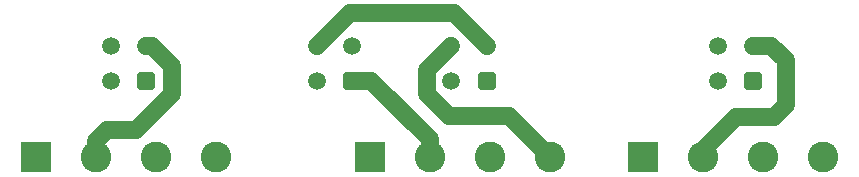
<source format=gbr>
G04 #@! TF.GenerationSoftware,KiCad,Pcbnew,(6.0.11-0)*
G04 #@! TF.CreationDate,2023-07-03T13:35:27+12:00*
G04 #@! TF.ProjectId,molex-adapter,6d6f6c65-782d-4616-9461-707465722e6b,rev?*
G04 #@! TF.SameCoordinates,PX7f50c60PY69db9c0*
G04 #@! TF.FileFunction,Copper,L2,Bot*
G04 #@! TF.FilePolarity,Positive*
%FSLAX46Y46*%
G04 Gerber Fmt 4.6, Leading zero omitted, Abs format (unit mm)*
G04 Created by KiCad (PCBNEW (6.0.11-0)) date 2023-07-03 13:35:27*
%MOMM*%
%LPD*%
G01*
G04 APERTURE LIST*
G04 Aperture macros list*
%AMRoundRect*
0 Rectangle with rounded corners*
0 $1 Rounding radius*
0 $2 $3 $4 $5 $6 $7 $8 $9 X,Y pos of 4 corners*
0 Add a 4 corners polygon primitive as box body*
4,1,4,$2,$3,$4,$5,$6,$7,$8,$9,$2,$3,0*
0 Add four circle primitives for the rounded corners*
1,1,$1+$1,$2,$3*
1,1,$1+$1,$4,$5*
1,1,$1+$1,$6,$7*
1,1,$1+$1,$8,$9*
0 Add four rect primitives between the rounded corners*
20,1,$1+$1,$2,$3,$4,$5,0*
20,1,$1+$1,$4,$5,$6,$7,0*
20,1,$1+$1,$6,$7,$8,$9,0*
20,1,$1+$1,$8,$9,$2,$3,0*%
G04 Aperture macros list end*
G04 #@! TA.AperFunction,ComponentPad*
%ADD10RoundRect,0.250001X0.499999X0.499999X-0.499999X0.499999X-0.499999X-0.499999X0.499999X-0.499999X0*%
G04 #@! TD*
G04 #@! TA.AperFunction,ComponentPad*
%ADD11C,1.500000*%
G04 #@! TD*
G04 #@! TA.AperFunction,ComponentPad*
%ADD12R,2.600000X2.600000*%
G04 #@! TD*
G04 #@! TA.AperFunction,ComponentPad*
%ADD13C,2.600000*%
G04 #@! TD*
G04 #@! TA.AperFunction,Conductor*
%ADD14C,1.500000*%
G04 #@! TD*
G04 APERTURE END LIST*
D10*
G04 #@! TO.P,J2,1*
G04 #@! TO.N,b2*
X6710000Y22345661D03*
D11*
G04 #@! TO.P,J2,2*
G04 #@! TO.N,b1*
X3710000Y22345661D03*
G04 #@! TO.P,J2,3*
G04 #@! TO.N,b3*
X6710000Y25345661D03*
G04 #@! TO.P,J2,4*
G04 #@! TO.N,b4*
X3710000Y25345661D03*
G04 #@! TD*
D10*
G04 #@! TO.P,J1,1*
G04 #@! TO.N,c1*
X29289339Y22345661D03*
D11*
G04 #@! TO.P,J1,2*
G04 #@! TO.N,c2*
X26289339Y22345661D03*
G04 #@! TO.P,J1,3*
G04 #@! TO.N,c3*
X29289339Y25345661D03*
G04 #@! TO.P,J1,4*
G04 #@! TO.N,c4*
X26289339Y25345661D03*
G04 #@! TD*
D12*
G04 #@! TO.P,J1,1*
G04 #@! TO.N,c4*
X19949339Y15910661D03*
D13*
G04 #@! TO.P,J1,2*
G04 #@! TO.N,c3*
X25029339Y15910661D03*
G04 #@! TO.P,J1,3*
G04 #@! TO.N,c2*
X30109339Y15910661D03*
G04 #@! TO.P,J1,4*
G04 #@! TO.N,c1*
X35189339Y15910661D03*
G04 #@! TD*
D12*
G04 #@! TO.P,J1,1*
G04 #@! TO.N,a4*
X-31450661Y15910661D03*
D13*
G04 #@! TO.P,J1,2*
G04 #@! TO.N,a3*
X-26370661Y15910661D03*
G04 #@! TO.P,J1,3*
G04 #@! TO.N,a2*
X-21290661Y15910661D03*
G04 #@! TO.P,J1,4*
G04 #@! TO.N,a1*
X-16210661Y15910661D03*
G04 #@! TD*
D10*
G04 #@! TO.P,J1,1*
G04 #@! TO.N,b2*
X-4680000Y22345661D03*
D11*
G04 #@! TO.P,J1,2*
G04 #@! TO.N,b1*
X-7680000Y22345661D03*
G04 #@! TO.P,J1,3*
G04 #@! TO.N,b4*
X-4680000Y25345661D03*
G04 #@! TO.P,J1,4*
G04 #@! TO.N,b3*
X-7680000Y25345661D03*
G04 #@! TD*
D12*
G04 #@! TO.P,J1,1*
G04 #@! TO.N,b1*
X-3190000Y15880662D03*
D13*
G04 #@! TO.P,J1,2*
G04 #@! TO.N,b2*
X1890000Y15880662D03*
G04 #@! TO.P,J1,3*
G04 #@! TO.N,b3*
X6970000Y15880662D03*
G04 #@! TO.P,J1,4*
G04 #@! TO.N,b4*
X12050000Y15880662D03*
G04 #@! TD*
D10*
G04 #@! TO.P,J1,1*
G04 #@! TO.N,a1*
X-22110661Y22345661D03*
D11*
G04 #@! TO.P,J1,2*
G04 #@! TO.N,a2*
X-25110661Y22345661D03*
G04 #@! TO.P,J1,3*
G04 #@! TO.N,a3*
X-22110661Y25345661D03*
G04 #@! TO.P,J1,4*
G04 #@! TO.N,a4*
X-25110661Y25345661D03*
G04 #@! TD*
D14*
G04 #@! TO.N,b2*
X1890000Y17420661D02*
X-3035000Y22345661D01*
X-3035000Y22345661D02*
X-4680000Y22345661D01*
X1890000Y15880662D02*
X1890000Y17420661D01*
G04 #@! TO.N,b3*
X6710000Y25345661D02*
X3915661Y28140000D01*
X3915661Y28140000D02*
X-4885661Y28140000D01*
X-4885661Y28140000D02*
X-7680000Y25345661D01*
G04 #@! TO.N,b4*
X3550000Y19350000D02*
X1650000Y21250000D01*
X1650000Y23285661D02*
X3710000Y25345661D01*
X1650000Y21250000D02*
X1650000Y23285661D01*
X8580662Y19350000D02*
X3550000Y19350000D01*
X12050000Y15880662D02*
X8580662Y19350000D01*
G04 #@! TO.N,a3*
X-25410000Y18200000D02*
X-23000000Y18200000D01*
X-21625661Y25345661D02*
X-22110661Y25345661D01*
X-26370661Y17239339D02*
X-25410000Y18200000D01*
X-19930000Y23650000D02*
X-21625661Y25345661D01*
X-26370661Y15910661D02*
X-26370661Y17239339D01*
X-23000000Y18200000D02*
X-19930000Y21270000D01*
X-19930000Y21270000D02*
X-19930000Y23650000D01*
G04 #@! TO.N,c3*
X30814339Y25345661D02*
X29289339Y25345661D01*
X25029339Y15910661D02*
X25029339Y16540661D01*
X31049339Y19310661D02*
X32049339Y20310661D01*
X27799339Y19310661D02*
X31049339Y19310661D01*
X25029339Y16540661D02*
X27799339Y19310661D01*
X32049339Y20310661D02*
X32049339Y24110661D01*
X32049339Y24110661D02*
X30814339Y25345661D01*
G04 #@! TD*
M02*

</source>
